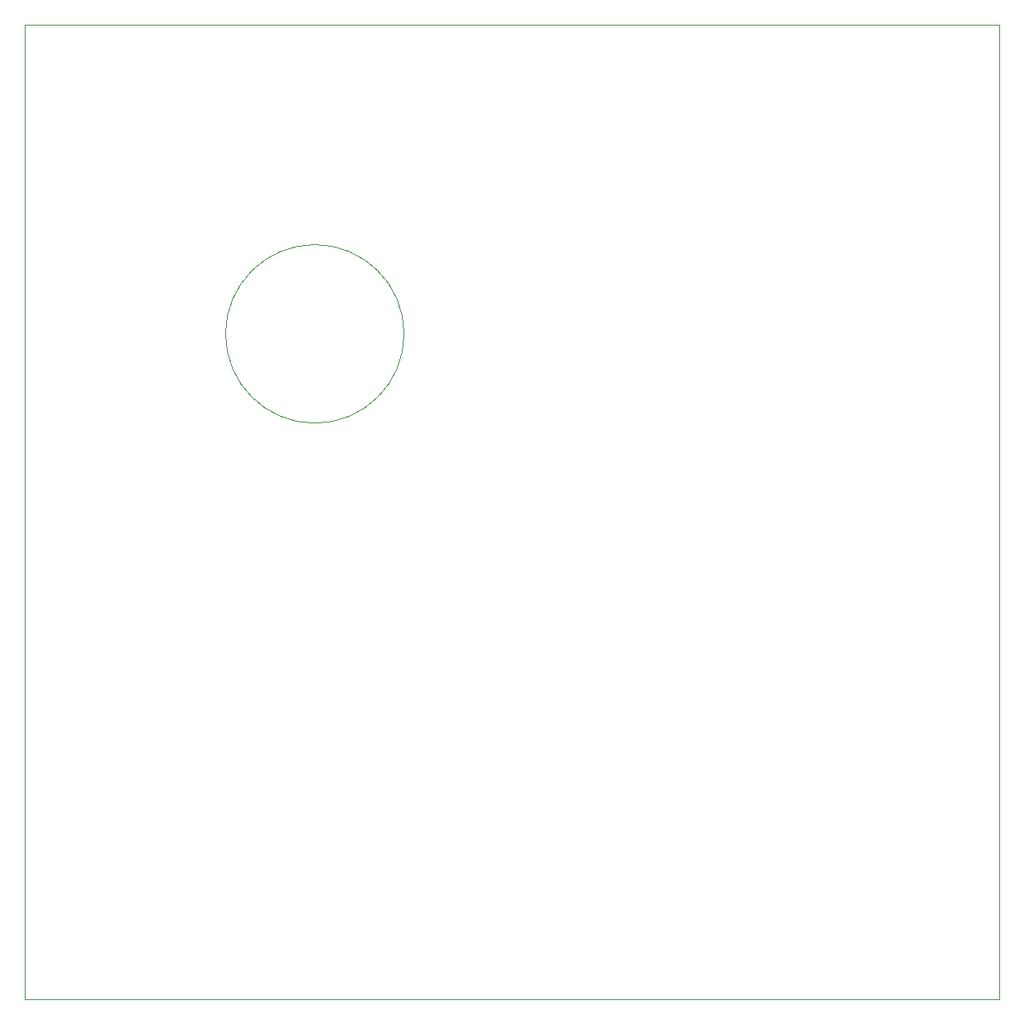
<source format=gbr>
%FSLAX34Y34*%
G04 Gerber Fmt 3.4, Leading zero omitted, Abs format*
G04 (created by PCBNEW (2014-03-19 BZR 4756)-product) date Sat 27 Dec 2014 10:23:05 GMT*
%MOIN*%
G01*
G70*
G90*
G04 APERTURE LIST*
%ADD10C,0.005906*%
%ADD11C,0.003937*%
G04 APERTURE END LIST*
G54D10*
G54D11*
X79007Y-17253D02*
X39637Y-17253D01*
X79007Y-56623D02*
X79007Y-17253D01*
X39637Y-56623D02*
X79007Y-56623D01*
X39637Y-17253D02*
X39637Y-56623D01*
X54956Y-29750D02*
G75*
G03X54956Y-29750I-3606J0D01*
G74*
G01*
M02*

</source>
